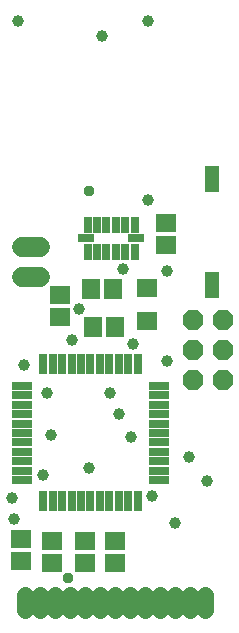
<source format=gts>
G75*
%MOIN*%
%OFA0B0*%
%FSLAX25Y25*%
%IPPOS*%
%LPD*%
%AMOC8*
5,1,8,0,0,1.08239X$1,22.5*
%
%ADD10R,0.06706X0.05918*%
%ADD11R,0.05918X0.06706*%
%ADD12R,0.07099X0.06312*%
%ADD13R,0.06706X0.02769*%
%ADD14R,0.02769X0.06706*%
%ADD15OC8,0.06800*%
%ADD16R,0.02769X0.05224*%
%ADD17R,0.05224X0.02769*%
%ADD18C,0.05556*%
%ADD19C,0.06800*%
%ADD20R,0.05100X0.08700*%
%ADD21C,0.03700*%
%ADD22C,0.03900*%
D10*
X0027086Y0039915D03*
X0027086Y0047396D03*
X0037405Y0046594D03*
X0037405Y0039114D03*
X0048329Y0039114D03*
X0048329Y0046594D03*
X0058548Y0046602D03*
X0058548Y0039122D03*
X0040210Y0121104D03*
X0040210Y0128585D03*
X0075476Y0145261D03*
X0075476Y0152741D03*
D11*
X0057801Y0130649D03*
X0058464Y0118039D03*
X0050983Y0118039D03*
X0050320Y0130649D03*
D12*
X0069117Y0130793D03*
X0069117Y0119770D03*
D13*
X0073123Y0098330D03*
X0073123Y0095180D03*
X0073123Y0092031D03*
X0073123Y0088881D03*
X0073123Y0085732D03*
X0073123Y0082582D03*
X0073123Y0079432D03*
X0073123Y0076283D03*
X0073123Y0073133D03*
X0073123Y0069984D03*
X0073123Y0066834D03*
X0027454Y0066834D03*
X0027454Y0069984D03*
X0027454Y0073133D03*
X0027454Y0076283D03*
X0027454Y0079432D03*
X0027454Y0082582D03*
X0027454Y0085732D03*
X0027454Y0088881D03*
X0027454Y0092031D03*
X0027454Y0095180D03*
X0027454Y0098330D03*
D14*
X0034540Y0105417D03*
X0037690Y0105417D03*
X0040840Y0105417D03*
X0043989Y0105417D03*
X0047139Y0105417D03*
X0050288Y0105417D03*
X0053438Y0105417D03*
X0056588Y0105417D03*
X0059737Y0105417D03*
X0062887Y0105417D03*
X0066036Y0105417D03*
X0066036Y0059747D03*
X0062887Y0059747D03*
X0059737Y0059747D03*
X0056588Y0059747D03*
X0053438Y0059747D03*
X0050288Y0059747D03*
X0047139Y0059747D03*
X0043989Y0059747D03*
X0040840Y0059747D03*
X0037690Y0059747D03*
X0034540Y0059747D03*
D15*
X0084350Y0100406D03*
X0084350Y0110406D03*
X0084350Y0120406D03*
X0094350Y0120406D03*
X0094350Y0110406D03*
X0094350Y0100406D03*
D16*
X0065070Y0143060D03*
X0061920Y0143060D03*
X0058770Y0143060D03*
X0055621Y0143060D03*
X0052471Y0143060D03*
X0049322Y0143060D03*
X0049322Y0152021D03*
X0052471Y0152021D03*
X0055621Y0152021D03*
X0058770Y0152021D03*
X0061920Y0152021D03*
X0065070Y0151991D03*
D17*
X0065463Y0147540D03*
X0048928Y0147540D03*
D18*
X0048559Y0028471D02*
X0048559Y0023715D01*
X0043559Y0023715D02*
X0043559Y0028471D01*
X0038559Y0028471D02*
X0038559Y0023715D01*
X0033559Y0023715D02*
X0033559Y0028471D01*
X0028559Y0028471D02*
X0028559Y0023715D01*
X0053559Y0023715D02*
X0053559Y0028471D01*
X0058559Y0028471D02*
X0058559Y0023715D01*
X0063559Y0023715D02*
X0063559Y0028471D01*
X0068559Y0028471D02*
X0068559Y0023715D01*
X0073559Y0023715D02*
X0073559Y0028471D01*
X0078559Y0028471D02*
X0078559Y0023715D01*
X0083559Y0023715D02*
X0083559Y0028471D01*
X0088559Y0028471D02*
X0088559Y0023715D01*
D19*
X0033439Y0134479D02*
X0027439Y0134479D01*
X0027439Y0144479D02*
X0033439Y0144479D01*
D20*
X0090965Y0131988D03*
X0090965Y0167388D03*
D21*
X0049894Y0163080D03*
X0042794Y0034380D03*
D22*
X0024694Y0053980D03*
X0023994Y0060980D03*
X0034494Y0068680D03*
X0037294Y0081980D03*
X0035894Y0095980D03*
X0028194Y0105080D03*
X0044294Y0113480D03*
X0046394Y0123980D03*
X0056894Y0095980D03*
X0059694Y0088980D03*
X0063894Y0081280D03*
X0070894Y0061680D03*
X0078594Y0052580D03*
X0089094Y0066580D03*
X0083294Y0074580D03*
X0075794Y0106480D03*
X0064594Y0112080D03*
X0061094Y0137280D03*
X0069494Y0160380D03*
X0075794Y0136580D03*
X0049894Y0070780D03*
X0054094Y0214980D03*
X0069494Y0219880D03*
X0026094Y0219880D03*
M02*

</source>
